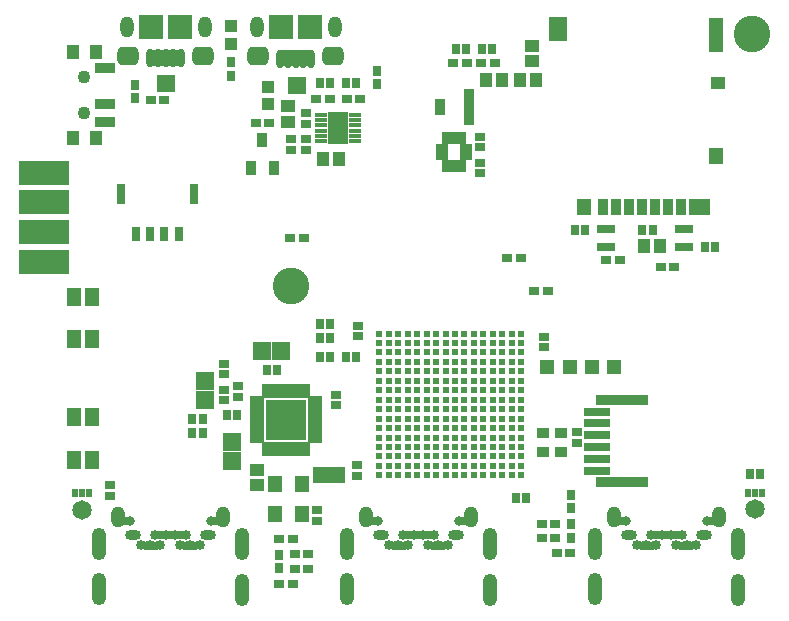
<source format=gts>
G04*
G04 #@! TF.GenerationSoftware,Altium Limited,Altium Designer,22.0.2 (36)*
G04*
G04 Layer_Color=8388736*
%FSLAX25Y25*%
%MOIN*%
G70*
G04*
G04 #@! TF.SameCoordinates,2161BBB5-3730-4A37-975F-558EB53CE70B*
G04*
G04*
G04 #@! TF.FilePolarity,Negative*
G04*
G01*
G75*
%ADD66R,0.03445X0.11811*%
%ADD67R,0.03445X0.05709*%
%ADD68R,0.03937X0.05512*%
%ADD69R,0.03937X0.05512*%
%ADD70R,0.07874X0.03937*%
%ADD71R,0.02756X0.03150*%
%ADD72R,0.05118X0.02756*%
%ADD73R,0.08661X0.02756*%
%ADD74R,0.10236X0.05512*%
%ADD75R,0.06102X0.01181*%
%ADD76R,0.00787X0.05709*%
%ADD77R,0.03162X0.06706*%
%ADD78R,0.03162X0.05131*%
%ADD79R,0.01942X0.02887*%
%ADD80R,0.03359X0.01863*%
%ADD81R,0.03359X0.01784*%
%ADD82R,0.04343X0.04737*%
%ADD83R,0.03162X0.03320*%
%ADD84R,0.03753X0.03162*%
%ADD85R,0.03320X0.03162*%
%ADD86R,0.04540X0.04147*%
%ADD87R,0.03950X0.04737*%
%ADD88R,0.06706X0.03556*%
%ADD89R,0.03162X0.03753*%
%ADD90R,0.01981X0.03162*%
%ADD91R,0.01784X0.03458*%
%ADD92R,0.03458X0.01784*%
%ADD93R,0.04147X0.03359*%
%ADD94R,0.08674X0.03162*%
%ADD95R,0.17335X0.03556*%
%ADD96R,0.01981X0.02847*%
%ADD97C,0.02375*%
%ADD98R,0.08280X0.07887*%
G04:AMPARAMS|DCode=99|XSize=70.99mil|YSize=63.12mil|CornerRadius=17.78mil|HoleSize=0mil|Usage=FLASHONLY|Rotation=180.000|XOffset=0mil|YOffset=0mil|HoleType=Round|Shape=RoundedRectangle|*
%AMROUNDEDRECTD99*
21,1,0.07099,0.02756,0,0,180.0*
21,1,0.03543,0.06312,0,0,180.0*
1,1,0.03556,-0.01772,0.01378*
1,1,0.03556,0.01772,0.01378*
1,1,0.03556,0.01772,-0.01378*
1,1,0.03556,-0.01772,-0.01378*
%
%ADD99ROUNDEDRECTD99*%
%ADD100O,0.02375X0.06115*%
%ADD101R,0.04528X0.05906*%
%ADD102R,0.04737X0.04343*%
%ADD103R,0.03556X0.05524*%
%ADD104R,0.04737X0.05524*%
%ADD105R,0.04737X0.03950*%
%ADD106R,0.04737X0.11824*%
%ADD107R,0.05918X0.08280*%
%ADD108R,0.03950X0.03950*%
%ADD109R,0.03359X0.04540*%
%ADD110R,0.04147X0.01784*%
%ADD111R,0.07021X0.10564*%
%ADD112R,0.04737X0.04737*%
%ADD113R,0.04737X0.04737*%
%ADD114R,0.16800X0.08300*%
%ADD115R,0.05131X0.05524*%
%ADD116R,0.02200X0.04600*%
%ADD117R,0.04600X0.02200*%
%ADD118R,0.13600X0.13600*%
%ADD119R,0.06312X0.05918*%
%ADD120R,0.05918X0.06312*%
%ADD121R,0.10642X0.05721*%
%ADD122C,0.06509*%
%ADD123C,0.04343*%
%ADD124C,0.03359*%
%ADD125O,0.05328X0.03359*%
%ADD126C,0.03162*%
%ADD127O,0.04737X0.07099*%
%ADD128O,0.04737X0.10879*%
%ADD129O,0.04343X0.07099*%
%ADD130C,0.12200*%
D66*
X10974Y64961D02*
D03*
D67*
X1132D02*
D03*
D68*
X9843Y50000D02*
D03*
D69*
X1969D02*
D03*
D70*
X5906Y54724D02*
D03*
Y45276D02*
D03*
D71*
X-73426Y-73229D02*
D03*
X-103740D02*
D03*
X-21063D02*
D03*
X9251D02*
D03*
X61615D02*
D03*
X91929D02*
D03*
D72*
X-95078Y-81299D02*
D03*
X-82087D02*
D03*
X590D02*
D03*
X-12401D02*
D03*
X83267D02*
D03*
X70276D02*
D03*
D73*
X-88583Y-77756D02*
D03*
X-5906D02*
D03*
X76772D02*
D03*
D74*
X-90158Y81102D02*
D03*
X-46850Y81102D02*
D03*
D75*
X-90158Y72835D02*
D03*
X-46457Y72047D02*
D03*
D76*
X87795Y31496D02*
D03*
D77*
X-80827Y35827D02*
D03*
X-105000D02*
D03*
D78*
X-85827Y22441D02*
D03*
X-90551D02*
D03*
X-95276D02*
D03*
X-100000D02*
D03*
D79*
X108632Y-63642D02*
D03*
X106309D02*
D03*
X103986D02*
D03*
X-120453Y-63721D02*
D03*
X-118130D02*
D03*
X-115807D02*
D03*
D80*
X11024Y69882D02*
D03*
Y60039D02*
D03*
D81*
Y67913D02*
D03*
X1181Y66929D02*
D03*
X11024Y65945D02*
D03*
X1181Y64961D02*
D03*
X11024Y63976D02*
D03*
X1181Y62992D02*
D03*
X11024Y62008D02*
D03*
D82*
X21949Y74016D02*
D03*
X16634D02*
D03*
X28051D02*
D03*
X33366D02*
D03*
X74705Y18504D02*
D03*
X69390D02*
D03*
X-32382Y47638D02*
D03*
X-37697D02*
D03*
D83*
X15197Y84252D02*
D03*
X18661D02*
D03*
X108031Y-57480D02*
D03*
X104567D02*
D03*
X10000Y84252D02*
D03*
X6535D02*
D03*
X-26614Y-18504D02*
D03*
X-30079D02*
D03*
X-35408Y-12205D02*
D03*
X-38872D02*
D03*
X-38872Y-18504D02*
D03*
X-35408D02*
D03*
Y-7480D02*
D03*
X-38872D02*
D03*
X-69842Y-37795D02*
D03*
X-66378D02*
D03*
X68740Y24016D02*
D03*
X72205D02*
D03*
X89606Y18110D02*
D03*
X93071D02*
D03*
X49764Y24016D02*
D03*
X46299D02*
D03*
X30079Y-65354D02*
D03*
X26614D02*
D03*
X-35276Y72835D02*
D03*
X-38740D02*
D03*
X-30079D02*
D03*
X-26614D02*
D03*
X-77795Y-43701D02*
D03*
X-81260D02*
D03*
X-52992Y-22835D02*
D03*
X-56457D02*
D03*
X-77795Y-38976D02*
D03*
X-81260D02*
D03*
D84*
X15059Y79528D02*
D03*
X19587D02*
D03*
X10138D02*
D03*
X5610D02*
D03*
X37303Y3543D02*
D03*
X32776D02*
D03*
X79429Y11417D02*
D03*
X74902D02*
D03*
X56791Y13780D02*
D03*
X61319D02*
D03*
X-44193Y21260D02*
D03*
X-48720D02*
D03*
X-90650Y67323D02*
D03*
X-95177D02*
D03*
X39665Y-78740D02*
D03*
X35138D02*
D03*
X40256Y-83858D02*
D03*
X44783D02*
D03*
X35138Y-74016D02*
D03*
X39665D02*
D03*
X-55610Y59449D02*
D03*
X-60138D02*
D03*
X-40059Y67717D02*
D03*
X-35531D02*
D03*
X-25295D02*
D03*
X-29823D02*
D03*
X28248Y14567D02*
D03*
X23720D02*
D03*
X-52264Y-94095D02*
D03*
X-47736D02*
D03*
X-42618Y-88976D02*
D03*
X-47146D02*
D03*
Y-84252D02*
D03*
X-42618D02*
D03*
X-47736Y-79134D02*
D03*
X-52264D02*
D03*
D85*
X-39764Y-72992D02*
D03*
Y-69528D02*
D03*
X-108661Y-64724D02*
D03*
Y-61260D02*
D03*
X14567Y46220D02*
D03*
Y42756D02*
D03*
X-25984Y-8110D02*
D03*
Y-11575D02*
D03*
X46850Y-47008D02*
D03*
Y-43543D02*
D03*
X14567Y54882D02*
D03*
Y51417D02*
D03*
X-48425Y54094D02*
D03*
Y50630D02*
D03*
X-43307Y54094D02*
D03*
Y50630D02*
D03*
Y59291D02*
D03*
Y62756D02*
D03*
X35827Y-15118D02*
D03*
Y-11654D02*
D03*
X-33465Y-34409D02*
D03*
Y-30945D02*
D03*
X-70866Y-32835D02*
D03*
Y-29370D02*
D03*
X-66142Y-31654D02*
D03*
Y-28189D02*
D03*
X-70866Y-20709D02*
D03*
Y-24173D02*
D03*
X-26378Y-58031D02*
D03*
Y-54567D02*
D03*
D86*
X-59842Y-56102D02*
D03*
Y-61221D02*
D03*
X31890Y85236D02*
D03*
Y80118D02*
D03*
D87*
X-113524Y54528D02*
D03*
Y83268D02*
D03*
X-121122Y54528D02*
D03*
Y83268D02*
D03*
D88*
X-110433Y60039D02*
D03*
Y77756D02*
D03*
Y65945D02*
D03*
D89*
X-19685Y72539D02*
D03*
Y77067D02*
D03*
X44882Y-68799D02*
D03*
Y-64272D02*
D03*
Y-78642D02*
D03*
Y-74114D02*
D03*
X-68504Y79823D02*
D03*
Y75295D02*
D03*
X-100394Y72342D02*
D03*
Y67815D02*
D03*
X-52362Y-84350D02*
D03*
Y-88878D02*
D03*
D90*
X84646Y18209D02*
D03*
X82677D02*
D03*
X80709D02*
D03*
Y24311D02*
D03*
X82677D02*
D03*
X84646D02*
D03*
X54724D02*
D03*
X56693D02*
D03*
X58661D02*
D03*
Y18209D02*
D03*
X56693D02*
D03*
X54724D02*
D03*
D91*
X2953Y45030D02*
D03*
X4921D02*
D03*
X6890D02*
D03*
X8858D02*
D03*
Y54971D02*
D03*
X6890D02*
D03*
X4921D02*
D03*
X2953D02*
D03*
D92*
X9892Y48031D02*
D03*
Y50000D02*
D03*
Y51968D02*
D03*
X1919D02*
D03*
Y50000D02*
D03*
Y48031D02*
D03*
D93*
X35630Y-50197D02*
D03*
Y-43701D02*
D03*
X41732D02*
D03*
Y-50197D02*
D03*
D94*
X53543Y-56299D02*
D03*
Y-52362D02*
D03*
Y-48425D02*
D03*
Y-44488D02*
D03*
Y-40551D02*
D03*
Y-36614D02*
D03*
D95*
X61811Y-60236D02*
D03*
Y-32677D02*
D03*
D96*
X-88189Y71339D02*
D03*
X-90158D02*
D03*
X-92126D02*
D03*
Y74331D02*
D03*
X-90158D02*
D03*
X-88189D02*
D03*
X-44488Y70551D02*
D03*
X-46457D02*
D03*
X-48425D02*
D03*
Y73543D02*
D03*
X-46457D02*
D03*
X-44488D02*
D03*
D97*
X28346Y-57874D02*
D03*
X25197D02*
D03*
X22047D02*
D03*
X18898D02*
D03*
X15748D02*
D03*
X12598D02*
D03*
X9449D02*
D03*
X6299D02*
D03*
X3150D02*
D03*
X-0D02*
D03*
X-3150D02*
D03*
X-6299D02*
D03*
X-9449D02*
D03*
X-12598D02*
D03*
X-15748D02*
D03*
X-18898D02*
D03*
X28346Y-54724D02*
D03*
X25197D02*
D03*
X22047D02*
D03*
X18898D02*
D03*
X15748D02*
D03*
X12598D02*
D03*
X9449D02*
D03*
X6299D02*
D03*
X3150D02*
D03*
X-0D02*
D03*
X-3150D02*
D03*
X-6299D02*
D03*
X-9449D02*
D03*
X-12598D02*
D03*
X-15748D02*
D03*
X-18898D02*
D03*
X28346Y-51575D02*
D03*
X25197D02*
D03*
X22047D02*
D03*
X18898D02*
D03*
X15748D02*
D03*
X12598D02*
D03*
X9449D02*
D03*
X6299D02*
D03*
X3150D02*
D03*
X-0D02*
D03*
X-3150D02*
D03*
X-6299D02*
D03*
X-9449D02*
D03*
X-12598D02*
D03*
X-15748D02*
D03*
X-18898D02*
D03*
X28346Y-48425D02*
D03*
X25197D02*
D03*
X22047D02*
D03*
X18898D02*
D03*
X15748D02*
D03*
X12598D02*
D03*
X9449D02*
D03*
X6299D02*
D03*
X3150D02*
D03*
X-0D02*
D03*
X-3150D02*
D03*
X-6299D02*
D03*
X-9449D02*
D03*
X-12598D02*
D03*
X-15748D02*
D03*
X-18898D02*
D03*
X28346Y-45276D02*
D03*
X25197D02*
D03*
X22047D02*
D03*
X18898D02*
D03*
X15748D02*
D03*
X12598D02*
D03*
X9449D02*
D03*
X6299D02*
D03*
X3150D02*
D03*
X-0D02*
D03*
X-3150D02*
D03*
X-6299D02*
D03*
X-9449D02*
D03*
X-12598D02*
D03*
X-15748D02*
D03*
X-18898D02*
D03*
X28346Y-42126D02*
D03*
X25197D02*
D03*
X22047D02*
D03*
X18898D02*
D03*
X15748D02*
D03*
X12598D02*
D03*
X9449D02*
D03*
X6299D02*
D03*
X3150D02*
D03*
X-0D02*
D03*
X-3150D02*
D03*
X-6299D02*
D03*
X-9449D02*
D03*
X-12598D02*
D03*
X-15748D02*
D03*
X-18898D02*
D03*
X28346Y-38976D02*
D03*
X25197D02*
D03*
X22047D02*
D03*
X18898D02*
D03*
X15748D02*
D03*
X12598D02*
D03*
X9449D02*
D03*
X6299D02*
D03*
X3150D02*
D03*
X-0D02*
D03*
X-3150D02*
D03*
X-6299D02*
D03*
X-9449D02*
D03*
X-12598D02*
D03*
X-15748D02*
D03*
X-18898D02*
D03*
X28346Y-35827D02*
D03*
X25197D02*
D03*
X22047D02*
D03*
X18898D02*
D03*
X15748D02*
D03*
X12598D02*
D03*
X9449D02*
D03*
X6299D02*
D03*
X3150D02*
D03*
X-0D02*
D03*
X-3150D02*
D03*
X-6299D02*
D03*
X-9449D02*
D03*
X-12598D02*
D03*
X-15748D02*
D03*
X-18898D02*
D03*
X28346Y-32677D02*
D03*
X25197D02*
D03*
X22047D02*
D03*
X18898D02*
D03*
X15748D02*
D03*
X12598D02*
D03*
X9449D02*
D03*
X6299D02*
D03*
X3150D02*
D03*
X-0D02*
D03*
X-3150D02*
D03*
X-6299D02*
D03*
X-9449D02*
D03*
X-12598D02*
D03*
X-15748D02*
D03*
X-18898D02*
D03*
X28346Y-29528D02*
D03*
X25197D02*
D03*
X22047D02*
D03*
X18898D02*
D03*
X15748D02*
D03*
X12598D02*
D03*
X9449D02*
D03*
X6299D02*
D03*
X3150D02*
D03*
X-0D02*
D03*
X-3150D02*
D03*
X-6299D02*
D03*
X-9449D02*
D03*
X-12598D02*
D03*
X-15748D02*
D03*
X-18898D02*
D03*
X28346Y-26378D02*
D03*
X25197D02*
D03*
X22047D02*
D03*
X18898D02*
D03*
X15748D02*
D03*
X12598D02*
D03*
X9449D02*
D03*
X6299D02*
D03*
X3150D02*
D03*
X-0D02*
D03*
X-3150D02*
D03*
X-6299D02*
D03*
X-9449D02*
D03*
X-12598D02*
D03*
X-15748D02*
D03*
X-18898D02*
D03*
X28346Y-23228D02*
D03*
X25197D02*
D03*
X22047D02*
D03*
X18898D02*
D03*
X15748D02*
D03*
X12598D02*
D03*
X9449D02*
D03*
X6299D02*
D03*
X3150D02*
D03*
X-0D02*
D03*
X-3150D02*
D03*
X-6299D02*
D03*
X-9449D02*
D03*
X-12598D02*
D03*
X-15748D02*
D03*
X-18898D02*
D03*
X28346Y-20079D02*
D03*
X25197D02*
D03*
X22047D02*
D03*
X18898D02*
D03*
X15748D02*
D03*
X12598D02*
D03*
X9449D02*
D03*
X6299D02*
D03*
X3150D02*
D03*
X-0D02*
D03*
X-3150D02*
D03*
X-6299D02*
D03*
X-9449D02*
D03*
X-12598D02*
D03*
X-15748D02*
D03*
X-18898D02*
D03*
X28346Y-16929D02*
D03*
X25197D02*
D03*
X22047D02*
D03*
X18898D02*
D03*
X15748D02*
D03*
X12598D02*
D03*
X9449D02*
D03*
X6299D02*
D03*
X3150D02*
D03*
X-0D02*
D03*
X-3150D02*
D03*
X-6299D02*
D03*
X-9449D02*
D03*
X-12598D02*
D03*
X-15748D02*
D03*
X-18898D02*
D03*
X28346Y-13780D02*
D03*
X25197D02*
D03*
X22047D02*
D03*
X18898D02*
D03*
X15748D02*
D03*
X12598D02*
D03*
X9449D02*
D03*
X6299D02*
D03*
X3150D02*
D03*
X-0D02*
D03*
X-3150D02*
D03*
X-6299D02*
D03*
X-9449D02*
D03*
X-12598D02*
D03*
X-15748D02*
D03*
X-18898D02*
D03*
X28346Y-10630D02*
D03*
X25197D02*
D03*
X22047D02*
D03*
X18898D02*
D03*
X15748D02*
D03*
X12598D02*
D03*
X9449D02*
D03*
X6299D02*
D03*
X3150D02*
D03*
X-0D02*
D03*
X-3150D02*
D03*
X-6299D02*
D03*
X-9449D02*
D03*
X-12598D02*
D03*
X-15748D02*
D03*
X-18898D02*
D03*
D98*
X-94882Y91634D02*
D03*
X-85433D02*
D03*
X-42126Y91536D02*
D03*
X-51575D02*
D03*
D99*
X-102756Y81988D02*
D03*
X-77559D02*
D03*
X-34252Y81890D02*
D03*
X-59449D02*
D03*
D100*
X-90158Y81102D02*
D03*
X-87599D02*
D03*
X-85039D02*
D03*
X-95276D02*
D03*
X-92717D02*
D03*
X-49409Y81004D02*
D03*
X-51968D02*
D03*
X-41732D02*
D03*
X-44291D02*
D03*
X-46850D02*
D03*
D101*
X-114862Y-38583D02*
D03*
X-120571D02*
D03*
X-114862Y-52756D02*
D03*
X-120571D02*
D03*
X-114862Y1575D02*
D03*
X-120571D02*
D03*
X-114862Y-12598D02*
D03*
X-120571D02*
D03*
D102*
X-49213Y59941D02*
D03*
Y65256D02*
D03*
D103*
X55512Y31496D02*
D03*
X59842D02*
D03*
X64173D02*
D03*
X68504D02*
D03*
X72835D02*
D03*
X77165D02*
D03*
X81496D02*
D03*
X85827D02*
D03*
X89567D02*
D03*
D104*
X49409D02*
D03*
X93307Y48425D02*
D03*
D105*
X93898Y72835D02*
D03*
D106*
X93307Y88976D02*
D03*
D107*
X40748Y90945D02*
D03*
D108*
X-68504Y91929D02*
D03*
Y86024D02*
D03*
X-55905Y65748D02*
D03*
Y71653D02*
D03*
D109*
X-57874Y53740D02*
D03*
X-54134Y44685D02*
D03*
X-61614D02*
D03*
D110*
X-38248Y62303D02*
D03*
Y60532D02*
D03*
Y58760D02*
D03*
Y56988D02*
D03*
Y55217D02*
D03*
Y53445D02*
D03*
X-27106Y62303D02*
D03*
Y60532D02*
D03*
Y58760D02*
D03*
Y56988D02*
D03*
Y55217D02*
D03*
Y53445D02*
D03*
D111*
X-32677Y57874D02*
D03*
D112*
X37008Y-21654D02*
D03*
X59449D02*
D03*
X44488D02*
D03*
D113*
X51968D02*
D03*
D114*
X-130709Y42913D02*
D03*
Y33071D02*
D03*
Y23228D02*
D03*
Y13386D02*
D03*
D115*
X-53740Y-70748D02*
D03*
Y-60748D02*
D03*
X-44685D02*
D03*
Y-70748D02*
D03*
D116*
X-56890Y-49020D02*
D03*
X-54921D02*
D03*
X-52953D02*
D03*
X-50984D02*
D03*
X-49016D02*
D03*
X-47047D02*
D03*
X-45079D02*
D03*
X-43110D02*
D03*
Y-29720D02*
D03*
X-45079D02*
D03*
X-47047D02*
D03*
X-49016D02*
D03*
X-50984D02*
D03*
X-52953D02*
D03*
X-54921D02*
D03*
X-56890D02*
D03*
D117*
X-40350Y-46260D02*
D03*
Y-44291D02*
D03*
Y-42323D02*
D03*
Y-40354D02*
D03*
Y-38386D02*
D03*
Y-36417D02*
D03*
Y-34449D02*
D03*
Y-32480D02*
D03*
X-59650D02*
D03*
Y-34449D02*
D03*
Y-36417D02*
D03*
Y-38386D02*
D03*
Y-40354D02*
D03*
Y-42323D02*
D03*
Y-44291D02*
D03*
Y-46260D02*
D03*
D118*
X-50000Y-39370D02*
D03*
D119*
X-68110Y-46850D02*
D03*
Y-53150D02*
D03*
X-77165Y-32677D02*
D03*
Y-26378D02*
D03*
D120*
X-51575Y-16535D02*
D03*
X-57874D02*
D03*
D121*
X-35827Y-57874D02*
D03*
D122*
X106329Y-69213D02*
D03*
X-118110Y-69291D02*
D03*
D123*
X-117323Y62992D02*
D03*
Y74803D02*
D03*
D124*
X-95276Y-81260D02*
D03*
X-98425D02*
D03*
X-91929D02*
D03*
X-90158Y-77716D02*
D03*
X-93701D02*
D03*
X-83465D02*
D03*
X-87008D02*
D03*
X-85236Y-81260D02*
D03*
X-78740D02*
D03*
X-81890D02*
D03*
X787D02*
D03*
X3937D02*
D03*
X-2559D02*
D03*
X-4331Y-77716D02*
D03*
X-787D02*
D03*
X-11024D02*
D03*
X-7480D02*
D03*
X-9252Y-81260D02*
D03*
X-15748D02*
D03*
X-12598D02*
D03*
X83464D02*
D03*
X86614D02*
D03*
X80118D02*
D03*
X78346Y-77716D02*
D03*
X81890D02*
D03*
X71653D02*
D03*
X75197D02*
D03*
X73425Y-81260D02*
D03*
X66929D02*
D03*
X70079D02*
D03*
D125*
X-75984Y-77716D02*
D03*
X-101181D02*
D03*
X-18504D02*
D03*
X6693D02*
D03*
X64173D02*
D03*
X89370D02*
D03*
D126*
X-102165Y-73228D02*
D03*
X-75000D02*
D03*
X7677D02*
D03*
X-19488D02*
D03*
X90354D02*
D03*
X63189D02*
D03*
D127*
X-106201Y-71654D02*
D03*
X-70965D02*
D03*
X11713D02*
D03*
X-23524D02*
D03*
X94390D02*
D03*
X59153D02*
D03*
D128*
X-64665Y-80866D02*
D03*
X-112500D02*
D03*
X-64665Y-96063D02*
D03*
X-112500Y-95669D02*
D03*
X-29823D02*
D03*
X18012Y-96063D02*
D03*
X-29823Y-80866D02*
D03*
X18012D02*
D03*
X52854Y-95669D02*
D03*
X100689Y-96063D02*
D03*
X52854Y-80866D02*
D03*
X100689D02*
D03*
D129*
X-103150Y91634D02*
D03*
X-77165D02*
D03*
X-33858Y91536D02*
D03*
X-59842D02*
D03*
D130*
X-48386Y5236D02*
D03*
X105236Y89331D02*
D03*
M02*

</source>
